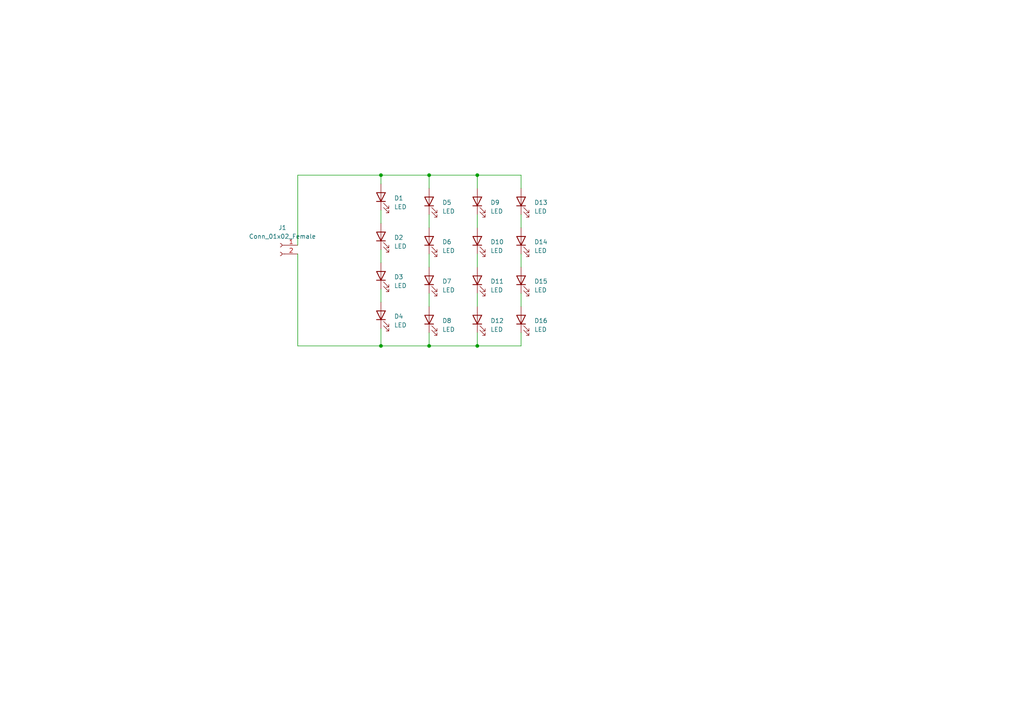
<source format=kicad_sch>
(kicad_sch (version 20211123) (generator eeschema)
  (paper "A4")
  (lib_symbols
    (symbol "Connector:Conn_01x02_Female" (pin_names (offset 1.016) hide)
      (property "Reference" "J" (at 0 2.54 0))
      (property "Value" "Conn_01x02_Female" (at 0 -5.08 0))
      (symbol "Conn_01x02_Female_1_1"
        (arc (start 0 -2.032) (mid -0.508 -2.54) (end 0 -3.048) (stroke (width 0.1524)))
        (polyline (pts (xy -1.27 -2.54) (xy -0.508 -2.54)) (stroke (width 0.1524)))
        (polyline (pts (xy -1.27 0) (xy -0.508 0)) (stroke (width 0.1524)))
        (arc (start 0 0.508) (mid -0.508 0) (end 0 -0.508) (stroke (width 0.1524)))
        (pin passive line (at -5.08 0 0) (length 3.81) (name "Pin_1") (number "1"))
        (pin passive line (at -5.08 -2.54 0) (length 3.81) (name "Pin_2") (number "2"))
      )
    )
    (symbol "Device:LED" (pin_numbers hide) (pin_names (offset 1.016) hide)
      (property "Reference" "D" (at 0 2.54 0))
      (property "Value" "LED" (at 0 -2.54 0))
      (symbol "LED_0_1"
        (polyline (pts (xy -1.27 -1.27) (xy -1.27 1.27)) (stroke (width 0.254)))
        (polyline (pts (xy -1.27 0) (xy 1.27 0)))
        (polyline (pts (xy 1.27 -1.27) (xy 1.27 1.27) (xy -1.27 0) (xy 1.27 -1.27)) (stroke (width 0.254)))
        (polyline (pts (xy -3.048 -0.762) (xy -4.572 -2.286) (xy -3.81 -2.286) (xy -4.572 -2.286) (xy -4.572 -1.524)))
        (polyline (pts (xy -1.778 -0.762) (xy -3.302 -2.286) (xy -2.54 -2.286) (xy -3.302 -2.286) (xy -3.302 -1.524)))
      )
      (symbol "LED_1_1"
        (pin passive line (at -3.81 0 0) (length 2.54) (name "K") (number "1"))
        (pin passive line (at 3.81 0 180) (length 2.54) (name "A") (number "2"))
      )
    )
  )
  (junction (at 138.43 100.33))
  (junction (at 124.46 50.8))
  (junction (at 110.49 50.8))
  (junction (at 138.43 50.8))
  (junction (at 124.46 100.33))
  (junction (at 110.49 100.33))
  (wire (pts (xy 151.13 96.52) (xy 151.13 100.33)))
  (wire (pts (xy 138.43 96.52) (xy 138.43 100.33)))
  (wire (pts (xy 151.13 85.09) (xy 151.13 88.9)))
  (wire (pts (xy 86.36 73.66) (xy 86.36 100.33)))
  (wire (pts (xy 151.13 73.66) (xy 151.13 77.47)))
  (wire (pts (xy 110.49 83.82) (xy 110.49 87.63)))
  (wire (pts (xy 110.49 72.39) (xy 110.49 76.2)))
  (wire (pts (xy 151.13 54.61) (xy 151.13 50.8)))
  (wire (pts (xy 124.46 85.09) (xy 124.46 88.9)))
  (wire (pts (xy 151.13 62.23) (xy 151.13 66.04)))
  (wire (pts (xy 110.49 60.96) (xy 110.49 64.77)))
  (wire (pts (xy 110.49 100.33) (xy 124.46 100.33)))
  (wire (pts (xy 138.43 50.8) (xy 138.43 54.61)))
  (wire (pts (xy 124.46 96.52) (xy 124.46 100.33)))
  (wire (pts (xy 124.46 73.66) (xy 124.46 77.47)))
  (wire (pts (xy 138.43 62.23) (xy 138.43 66.04)))
  (wire (pts (xy 110.49 100.33) (xy 110.49 95.25)))
  (wire (pts (xy 86.36 71.12) (xy 86.36 50.8)))
  (wire (pts (xy 124.46 100.33) (xy 138.43 100.33)))
  (wire (pts (xy 124.46 62.23) (xy 124.46 66.04)))
  (wire (pts (xy 138.43 85.09) (xy 138.43 88.9)))
  (wire (pts (xy 138.43 50.8) (xy 124.46 50.8)))
  (wire (pts (xy 124.46 50.8) (xy 110.49 50.8)))
  (wire (pts (xy 138.43 100.33) (xy 151.13 100.33)))
  (wire (pts (xy 124.46 50.8) (xy 124.46 54.61)))
  (wire (pts (xy 86.36 50.8) (xy 110.49 50.8)))
  (wire (pts (xy 138.43 73.66) (xy 138.43 77.47)))
  (wire (pts (xy 110.49 50.8) (xy 110.49 53.34)))
  (wire (pts (xy 86.36 100.33) (xy 110.49 100.33)))
  (wire (pts (xy 151.13 50.8) (xy 138.43 50.8)))
  (symbol (lib_id "Device:LED") (at 138.43 81.28 90) (unit 1)
    (property "Reference" "D11" (at 142.24 81.5974 90) (effects (justify right)))
    (property "Value" "LED" (at 142.24 84.1374 90) (effects (justify right)))
    (property "Footprint" "LED_THT:LED_D5.0mm" (effects hide))
  )
  (symbol (lib_id "Device:LED") (at 110.49 91.44 90) (unit 1)
    (property "Reference" "D4" (at 114.3 91.7574 90) (effects (justify right)))
    (property "Value" "LED" (at 114.3 94.2974 90) (effects (justify right)))
    (property "Footprint" "LED_THT:LED_D5.0mm" (effects hide))
  )
  (symbol (lib_id "Device:LED") (at 110.49 57.15 90) (unit 1)
    (property "Reference" "D1" (at 114.3 57.4674 90) (effects (justify right)))
    (property "Value" "LED" (at 114.3 60.0074 90) (effects (justify right)))
    (property "Footprint" "LED_THT:LED_D5.0mm" (effects hide))
  )
  (symbol (lib_id "Device:LED") (at 124.46 69.85 90) (unit 1)
    (property "Reference" "D6" (at 128.27 70.1674 90) (effects (justify right)))
    (property "Value" "LED" (at 128.27 72.7074 90) (effects (justify right)))
    (property "Footprint" "LED_THT:LED_D5.0mm" (effects hide))
  )
  (symbol (lib_id "Device:LED") (at 124.46 81.28 90) (unit 1)
    (property "Reference" "D7" (at 128.27 81.5974 90) (effects (justify right)))
    (property "Value" "LED" (at 128.27 84.1374 90) (effects (justify right)))
    (property "Footprint" "LED_THT:LED_D5.0mm" (effects hide))
  )
  (symbol (lib_id "Device:LED") (at 124.46 58.42 90) (unit 1)
    (property "Reference" "D5" (at 128.27 58.7374 90) (effects (justify right)))
    (property "Value" "LED" (at 128.27 61.2774 90) (effects (justify right)))
    (property "Footprint" "LED_THT:LED_D5.0mm" (effects hide))
  )
  (symbol (lib_id "Device:LED") (at 138.43 58.42 90) (unit 1)
    (property "Reference" "D9" (at 142.24 58.7374 90) (effects (justify right)))
    (property "Value" "LED" (at 142.24 61.2774 90) (effects (justify right)))
    (property "Footprint" "LED_THT:LED_D5.0mm" (effects hide))
  )
  (symbol (lib_id "Device:LED") (at 124.46 92.71 90) (unit 1)
    (property "Reference" "D8" (at 128.27 93.0274 90) (effects (justify right)))
    (property "Value" "LED" (at 128.27 95.5674 90) (effects (justify right)))
    (property "Footprint" "LED_THT:LED_D5.0mm" (effects hide))
  )
  (symbol (lib_id "Device:LED") (at 151.13 92.71 90) (unit 1)
    (property "Reference" "D16" (at 154.94 93.0274 90) (effects (justify right)))
    (property "Value" "LED" (at 154.94 95.5674 90) (effects (justify right)))
    (property "Footprint" "LED_THT:LED_D5.0mm" (effects hide))
  )
  (symbol (lib_id "Device:LED") (at 151.13 58.42 90) (unit 1)
    (property "Reference" "D13" (at 154.94 58.7374 90) (effects (justify right)))
    (property "Value" "LED" (at 154.94 61.2774 90) (effects (justify right)))
    (property "Footprint" "LED_THT:LED_D5.0mm" (effects hide))
  )
  (symbol (lib_id "Connector:Conn_01x02_Female") (at 81.28 71.12 0) (mirror y) (unit 1)
    (property "Reference" "J1" (at 81.915 66.04 0))
    (property "Value" "Conn_01x02_Female" (at 81.915 68.58 0))
    (property "Footprint" "Connector_PinHeader_2.54mm:PinHeader_1x02_P2.54mm_Horizontal" (effects hide))
  )
  (symbol (lib_id "Device:LED") (at 138.43 92.71 90) (unit 1)
    (property "Reference" "D12" (at 142.24 93.0274 90) (effects (justify right)))
    (property "Value" "LED" (at 142.24 95.5674 90) (effects (justify right)))
    (property "Footprint" "LED_THT:LED_D5.0mm" (effects hide))
  )
  (symbol (lib_id "Device:LED") (at 110.49 80.01 90) (unit 1)
    (property "Reference" "D3" (at 114.3 80.3274 90) (effects (justify right)))
    (property "Value" "LED" (at 114.3 82.8674 90) (effects (justify right)))
    (property "Footprint" "LED_THT:LED_D5.0mm" (effects hide))
  )
  (symbol (lib_id "Device:LED") (at 138.43 69.85 90) (unit 1)
    (property "Reference" "D10" (at 142.24 70.1674 90) (effects (justify right)))
    (property "Value" "LED" (at 142.24 72.7074 90) (effects (justify right)))
    (property "Footprint" "LED_THT:LED_D5.0mm" (effects hide))
  )
  (symbol (lib_id "Device:LED") (at 151.13 81.28 90) (unit 1)
    (property "Reference" "D15" (at 154.94 81.5974 90) (effects (justify right)))
    (property "Value" "LED" (at 154.94 84.1374 90) (effects (justify right)))
    (property "Footprint" "LED_THT:LED_D5.0mm" (effects hide))
  )
  (symbol (lib_id "Device:LED") (at 110.49 68.58 90) (unit 1)
    (property "Reference" "D2" (at 114.3 68.8974 90) (effects (justify right)))
    (property "Value" "LED" (at 114.3 71.4374 90) (effects (justify right)))
    (property "Footprint" "LED_THT:LED_D5.0mm" (effects hide))
  )
  (symbol (lib_id "Device:LED") (at 151.13 69.85 90) (unit 1)
    (property "Reference" "D14" (at 154.94 70.1674 90) (effects (justify right)))
    (property "Value" "LED" (at 154.94 72.7074 90) (effects (justify right)))
    (property "Footprint" "LED_THT:LED_D5.0mm" (effects hide))
  )
)
</source>
